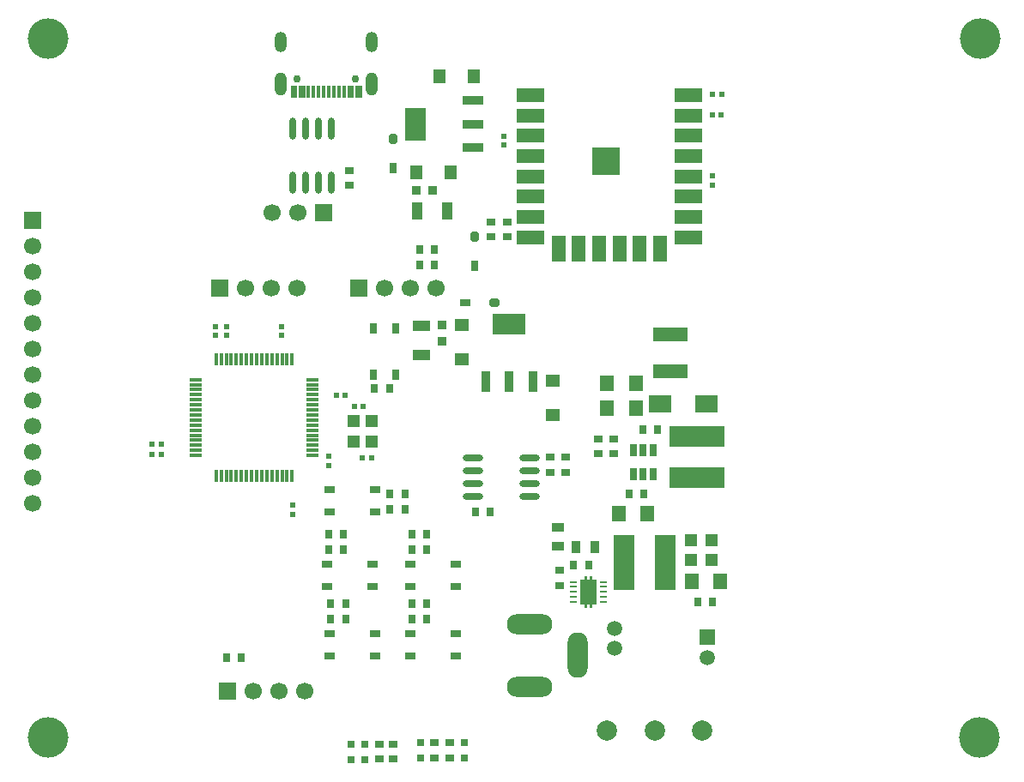
<source format=gts>
G04*
G04 #@! TF.GenerationSoftware,Altium Limited,Altium Designer,22.0.2 (36)*
G04*
G04 Layer_Color=8388736*
%FSLAX25Y25*%
%MOIN*%
G70*
G04*
G04 #@! TF.SameCoordinates,7F160BED-0690-4144-9330-6DFC8CD618BD*
G04*
G04*
G04 #@! TF.FilePolarity,Negative*
G04*
G01*
G75*
%ADD21R,0.01181X0.04528*%
%ADD22R,0.01180X0.04520*%
%ADD23R,0.03000X0.03000*%
%ADD24R,0.03347X0.02953*%
%ADD26R,0.02953X0.03347*%
%ADD27R,0.01968X0.01968*%
%ADD28R,0.01968X0.01968*%
%ADD29R,0.13776X0.05538*%
%ADD30R,0.08661X0.06890*%
%ADD31R,0.05512X0.06496*%
%ADD32R,0.21654X0.08465*%
%ADD33R,0.02756X0.05118*%
%ADD34R,0.04724X0.05118*%
%ADD35R,0.08465X0.21654*%
%ADD36R,0.03500X0.05000*%
%ADD37R,0.05000X0.03500*%
%ADD39R,0.07087X0.04331*%
%ADD40O,0.08000X0.02400*%
%ADD41O,0.03150X0.00984*%
%ADD42R,0.00984X0.09646*%
%ADD43R,0.03150X0.03937*%
G04:AMPARAMS|DCode=44|XSize=39.37mil|YSize=31.5mil|CornerRadius=0mil|HoleSize=0mil|Usage=FLASHONLY|Rotation=90.000|XOffset=0mil|YOffset=0mil|HoleType=Round|Shape=Octagon|*
%AMOCTAGOND44*
4,1,8,0.00787,0.01968,-0.00787,0.01968,-0.01575,0.01181,-0.01575,-0.01181,-0.00787,-0.01968,0.00787,-0.01968,0.01575,-0.01181,0.01575,0.01181,0.00787,0.01968,0.0*
%
%ADD44OCTAGOND44*%

%ADD45R,0.04331X0.07087*%
%ADD46R,0.03543X0.03347*%
%ADD47R,0.04724X0.05512*%
%ADD48R,0.08268X0.12598*%
%ADD49R,0.08268X0.03543*%
%ADD50R,0.05512X0.04724*%
%ADD51R,0.12598X0.08268*%
%ADD52R,0.03543X0.08268*%
%ADD53R,0.03937X0.03150*%
G04:AMPARAMS|DCode=54|XSize=39.37mil|YSize=31.5mil|CornerRadius=0mil|HoleSize=0mil|Usage=FLASHONLY|Rotation=0.000|XOffset=0mil|YOffset=0mil|HoleType=Round|Shape=Octagon|*
%AMOCTAGOND54*
4,1,8,0.01968,-0.00787,0.01968,0.00787,0.01181,0.01575,-0.01181,0.01575,-0.01968,0.00787,-0.01968,-0.00787,-0.01181,-0.01575,0.01181,-0.01575,0.01968,-0.00787,0.0*
%
%ADD54OCTAGOND54*%

%ADD55R,0.03347X0.03543*%
%ADD56R,0.11024X0.05512*%
%ADD57R,0.05512X0.09843*%
%ADD58R,0.11024X0.11024*%
%ADD59R,0.01181X0.04724*%
%ADD60R,0.04724X0.01181*%
%ADD61R,0.04724X0.05118*%
%ADD62O,0.02362X0.08661*%
%ADD63R,0.04340X0.03160*%
%ADD64R,0.03160X0.04340*%
%ADD65C,0.02953*%
%ADD66O,0.04724X0.07874*%
%ADD67O,0.04724X0.09055*%
%ADD68C,0.06693*%
%ADD69R,0.06693X0.06693*%
%ADD70R,0.06693X0.06693*%
%ADD71C,0.05906*%
%ADD72R,0.05906X0.05906*%
%ADD73O,0.17717X0.07874*%
%ADD74O,0.07874X0.17717*%
%ADD75C,0.07874*%
%ADD76C,0.15748*%
G36*
X624784Y172354D02*
X626457D01*
Y162709D01*
X624784D01*
Y161331D01*
X623799D01*
Y162709D01*
X622815D01*
Y161331D01*
X621831D01*
Y162709D01*
X620157D01*
Y172354D01*
X621831D01*
Y173732D01*
X622815D01*
Y172354D01*
X623799D01*
Y173732D01*
X624784D01*
Y172354D01*
D02*
G37*
D21*
X534568Y361888D02*
D03*
X533387D02*
D03*
X531418Y361898D02*
D03*
X530237D02*
D03*
X526299Y361880D02*
D03*
X524332Y361889D02*
D03*
X522363Y361882D02*
D03*
X520395Y361888D02*
D03*
X518426Y361882D02*
D03*
X514489D02*
D03*
X512521Y361882D02*
D03*
X511339D02*
D03*
X509371Y361882D02*
D03*
X508190D02*
D03*
D22*
X528268Y361882D02*
D03*
X516457Y361882D02*
D03*
D23*
X575000Y103000D02*
D03*
Y109000D02*
D03*
X558000Y103000D02*
D03*
Y109000D02*
D03*
X536433Y108407D02*
D03*
Y102407D02*
D03*
X531100Y108407D02*
D03*
Y102407D02*
D03*
D24*
X569500Y108854D02*
D03*
Y103146D02*
D03*
X563500Y108854D02*
D03*
Y103146D02*
D03*
X547500Y102553D02*
D03*
Y108261D02*
D03*
X542167Y102553D02*
D03*
Y108261D02*
D03*
X530500Y325646D02*
D03*
Y331354D02*
D03*
X633000Y227000D02*
D03*
Y221291D02*
D03*
X626964Y221244D02*
D03*
Y226952D02*
D03*
X614333Y214146D02*
D03*
Y219854D02*
D03*
X608500Y219854D02*
D03*
Y214146D02*
D03*
X612000Y175854D02*
D03*
Y170146D02*
D03*
X591541Y311266D02*
D03*
Y305558D02*
D03*
X585500Y311209D02*
D03*
Y305500D02*
D03*
D26*
X546146Y205500D02*
D03*
X551854D02*
D03*
X546146Y199500D02*
D03*
X551854D02*
D03*
X540146Y246500D02*
D03*
X545854D02*
D03*
X644291Y230500D02*
D03*
X650000D02*
D03*
X639046Y205500D02*
D03*
X644754D02*
D03*
X665646Y163500D02*
D03*
X671354D02*
D03*
X617500Y178000D02*
D03*
X623209D02*
D03*
X579291Y198500D02*
D03*
X585000D02*
D03*
X523146Y157000D02*
D03*
X528854D02*
D03*
X523146Y163000D02*
D03*
X528854D02*
D03*
X522291Y184000D02*
D03*
X527999D02*
D03*
X522291Y190000D02*
D03*
X527999D02*
D03*
X557646Y294500D02*
D03*
X563354D02*
D03*
X557646Y300500D02*
D03*
X563354D02*
D03*
X560354Y184000D02*
D03*
X554646D02*
D03*
X560354Y190000D02*
D03*
X554646D02*
D03*
X560354Y157000D02*
D03*
X554646D02*
D03*
X560354Y163000D02*
D03*
X554646D02*
D03*
X488354Y142000D02*
D03*
X482646D02*
D03*
D27*
X674847Y361000D02*
D03*
X671500D02*
D03*
X674673Y353000D02*
D03*
X671327D02*
D03*
X528772Y244000D02*
D03*
X525228D02*
D03*
X453728Y221000D02*
D03*
X457272D02*
D03*
X453703Y224960D02*
D03*
X457247D02*
D03*
X535457Y219500D02*
D03*
X539000D02*
D03*
X535772Y239500D02*
D03*
X532228D02*
D03*
D28*
X671500Y325827D02*
D03*
Y329173D02*
D03*
X590500Y341327D02*
D03*
Y344673D02*
D03*
X508500Y197728D02*
D03*
Y201272D02*
D03*
X522500Y216728D02*
D03*
Y220272D02*
D03*
X504000Y270772D02*
D03*
Y267228D02*
D03*
X478500Y270772D02*
D03*
Y267228D02*
D03*
X482694Y270813D02*
D03*
Y267269D02*
D03*
D29*
X655000Y267797D02*
D03*
Y253203D02*
D03*
D30*
X669055Y240500D02*
D03*
X650945D02*
D03*
D31*
X630488Y248500D02*
D03*
X641512D02*
D03*
X630488Y239000D02*
D03*
X641512D02*
D03*
X663476Y171500D02*
D03*
X674500D02*
D03*
X634888Y198000D02*
D03*
X645912D02*
D03*
D32*
X665500Y227874D02*
D03*
Y212126D02*
D03*
D33*
X648240Y213276D02*
D03*
X644500D02*
D03*
X640760D02*
D03*
Y222724D02*
D03*
X644500D02*
D03*
X648240D02*
D03*
D34*
X671134Y180000D02*
D03*
X662866D02*
D03*
X671134Y187500D02*
D03*
X662866D02*
D03*
D35*
X637126Y179000D02*
D03*
X652874D02*
D03*
D36*
X618260Y185000D02*
D03*
X625740D02*
D03*
D37*
X611500Y185260D02*
D03*
Y192740D02*
D03*
D39*
X558500Y270878D02*
D03*
Y259500D02*
D03*
D40*
X600500Y204500D02*
D03*
Y209500D02*
D03*
Y214500D02*
D03*
Y219500D02*
D03*
X578500D02*
D03*
Y214500D02*
D03*
Y209500D02*
D03*
Y204500D02*
D03*
D41*
X617500Y171468D02*
D03*
Y169500D02*
D03*
Y167532D02*
D03*
Y165563D02*
D03*
Y163594D02*
D03*
X629114D02*
D03*
Y165563D02*
D03*
Y167532D02*
D03*
Y169500D02*
D03*
Y171468D02*
D03*
D42*
X623307Y167532D02*
D03*
D43*
X547500Y332488D02*
D03*
X579000Y294488D02*
D03*
D44*
X547500Y343512D02*
D03*
X579000Y305512D02*
D03*
D45*
X556811Y315500D02*
D03*
X568189D02*
D03*
D46*
X562551Y323500D02*
D03*
X556449D02*
D03*
D47*
X565307Y368000D02*
D03*
X578693D02*
D03*
X569693Y330500D02*
D03*
X556307D02*
D03*
D48*
X556034Y349476D02*
D03*
D49*
X578475Y358531D02*
D03*
Y349476D02*
D03*
Y340421D02*
D03*
D50*
X574000Y257996D02*
D03*
Y271382D02*
D03*
X609500Y236307D02*
D03*
Y249693D02*
D03*
D51*
X592476Y271655D02*
D03*
D52*
X601532Y249214D02*
D03*
X592476D02*
D03*
X583421D02*
D03*
D53*
X575488Y280000D02*
D03*
D54*
X586512D02*
D03*
D55*
X566500Y265138D02*
D03*
Y271241D02*
D03*
D56*
X661988Y321220D02*
D03*
Y313346D02*
D03*
Y305472D02*
D03*
X600571D02*
D03*
Y313346D02*
D03*
Y321220D02*
D03*
Y329095D02*
D03*
Y336968D02*
D03*
Y344842D02*
D03*
Y352717D02*
D03*
Y360591D02*
D03*
X661988D02*
D03*
Y352717D02*
D03*
Y344842D02*
D03*
Y336968D02*
D03*
Y329094D02*
D03*
D57*
X619468Y300945D02*
D03*
X611594D02*
D03*
X627342D02*
D03*
X635216D02*
D03*
X643090D02*
D03*
X650964D02*
D03*
D58*
X630000Y335000D02*
D03*
D59*
X508122Y212724D02*
D03*
X506153D02*
D03*
X504185D02*
D03*
X502216D02*
D03*
X500248D02*
D03*
X498279D02*
D03*
X496311D02*
D03*
X494343D02*
D03*
X492374D02*
D03*
X490406D02*
D03*
X488437D02*
D03*
X486469D02*
D03*
X484500D02*
D03*
X482531D02*
D03*
X480563D02*
D03*
X478594D02*
D03*
Y258000D02*
D03*
X480563D02*
D03*
X482531D02*
D03*
X484500D02*
D03*
X486469D02*
D03*
X488437D02*
D03*
X490406D02*
D03*
X492374D02*
D03*
X494343D02*
D03*
X496311D02*
D03*
X498279D02*
D03*
X500248D02*
D03*
X502216D02*
D03*
X504185D02*
D03*
X506153D02*
D03*
X508122D02*
D03*
D60*
X470720Y220598D02*
D03*
Y222567D02*
D03*
Y224535D02*
D03*
Y226504D02*
D03*
Y228472D02*
D03*
Y230441D02*
D03*
Y232410D02*
D03*
Y234378D02*
D03*
Y236347D02*
D03*
Y238315D02*
D03*
Y240283D02*
D03*
Y242252D02*
D03*
Y244220D02*
D03*
Y246189D02*
D03*
Y248158D02*
D03*
Y250126D02*
D03*
X515996D02*
D03*
Y248158D02*
D03*
Y246189D02*
D03*
Y244220D02*
D03*
Y242252D02*
D03*
Y240283D02*
D03*
Y238315D02*
D03*
Y236347D02*
D03*
Y234378D02*
D03*
Y232410D02*
D03*
Y230441D02*
D03*
Y228472D02*
D03*
Y226504D02*
D03*
Y224535D02*
D03*
Y222567D02*
D03*
Y220598D02*
D03*
D61*
X538846Y225866D02*
D03*
Y234134D02*
D03*
X532154D02*
D03*
Y225866D02*
D03*
D62*
X508500Y326602D02*
D03*
X513500D02*
D03*
X518500D02*
D03*
X523500D02*
D03*
X508500Y347500D02*
D03*
X513500D02*
D03*
X518500D02*
D03*
X523500D02*
D03*
D63*
X522640Y198770D02*
D03*
X540360D02*
D03*
Y207230D02*
D03*
X522640D02*
D03*
X522570Y151250D02*
D03*
X540290D02*
D03*
Y142790D02*
D03*
X522570D02*
D03*
X554070Y178250D02*
D03*
X571790D02*
D03*
Y169790D02*
D03*
X554070D02*
D03*
X521715Y178250D02*
D03*
X539435D02*
D03*
Y169790D02*
D03*
X521715D02*
D03*
X554070Y142790D02*
D03*
X571790D02*
D03*
Y151250D02*
D03*
X554070D02*
D03*
D64*
X539770Y269860D02*
D03*
Y252140D02*
D03*
X548230D02*
D03*
Y269860D02*
D03*
D65*
X532756Y367000D02*
D03*
X510000D02*
D03*
D66*
X539095Y381370D02*
D03*
X503662Y381370D02*
D03*
D67*
X503662Y365032D02*
D03*
X539095Y365032D02*
D03*
D68*
X513000Y129000D02*
D03*
X503000D02*
D03*
X493000D02*
D03*
X407500Y302000D02*
D03*
Y292000D02*
D03*
Y282000D02*
D03*
Y272000D02*
D03*
Y262000D02*
D03*
Y252000D02*
D03*
Y242000D02*
D03*
Y232000D02*
D03*
Y222000D02*
D03*
Y212000D02*
D03*
Y202000D02*
D03*
X500500Y315000D02*
D03*
X510500D02*
D03*
X544098Y285500D02*
D03*
X554098D02*
D03*
X564098D02*
D03*
X510000D02*
D03*
X500000D02*
D03*
X490000D02*
D03*
D69*
X483000Y129000D02*
D03*
X520500Y315000D02*
D03*
X534098Y285500D02*
D03*
X480000D02*
D03*
D70*
X407500Y312000D02*
D03*
D71*
X669500Y142000D02*
D03*
X633500Y153437D02*
D03*
Y145563D02*
D03*
D72*
X669500Y149874D02*
D03*
D73*
X600500Y154908D02*
D03*
X600500Y130500D02*
D03*
D74*
X619005Y143099D02*
D03*
D75*
X667504Y113500D02*
D03*
X630496D02*
D03*
X649000D02*
D03*
D76*
X775185Y382701D02*
D03*
X775111Y111012D02*
D03*
X413366Y111044D02*
D03*
X413368Y382673D02*
D03*
M02*

</source>
